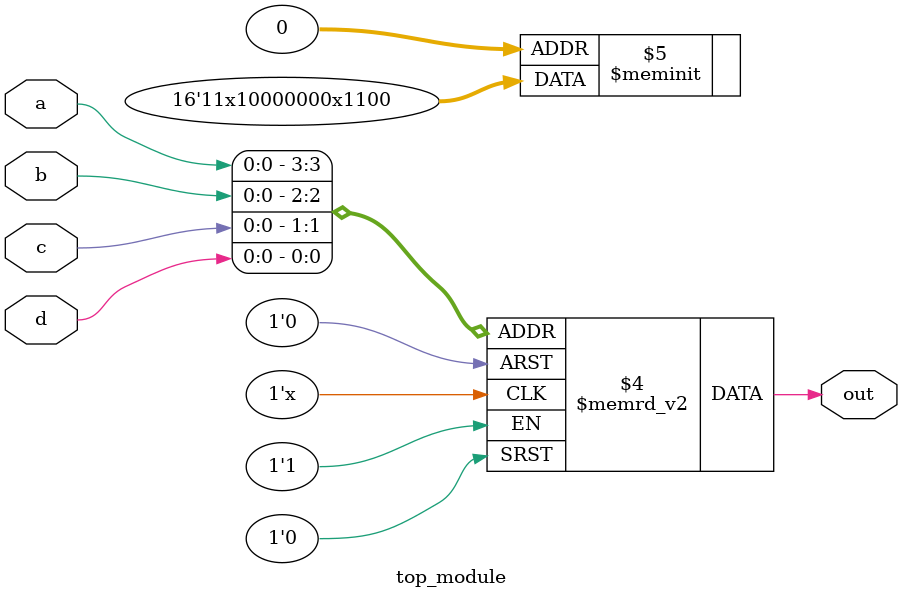
<source format=sv>
module top_module (
	input a, 
	input b,
	input c,
	input d,
	output reg out
);

always @* begin
	case ({a,b,c,d})
		4'b0000: out = 1'b0;
		4'b0001: out = 1'b0;
		4'b0010: out = 1'b1;
		4'b0011: out = 1'b1;
		4'b0100: out = 1'bx;
		4'b0101: out = 1'b0;
		4'b0110: out = 1'b0;
		4'b0111: out = 1'b0;
		4'b1100: out = 1'b1;
		4'b1101: out = 1'bx;
		4'b1110: out = 1'b1;
		4'b1111: out = 1'b1;
		default: out = 1'b0;
	endcase
end

endmodule

</source>
